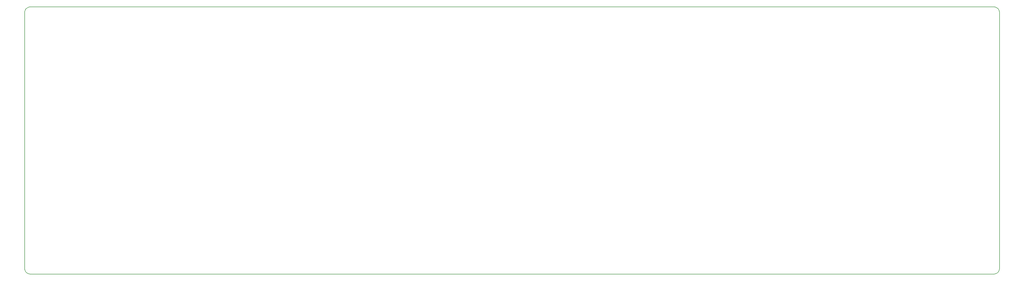
<source format=gm1>
%TF.GenerationSoftware,KiCad,Pcbnew,(5.1.6)-1*%
%TF.CreationDate,2020-08-01T22:19:26-04:00*%
%TF.ProjectId,prosaic,70726f73-6169-4632-9e6b-696361645f70,A*%
%TF.SameCoordinates,Original*%
%TF.FileFunction,Profile,NP*%
%FSLAX46Y46*%
G04 Gerber Fmt 4.6, Leading zero omitted, Abs format (unit mm)*
G04 Created by KiCad (PCBNEW (5.1.6)-1) date 2020-08-01 22:19:26*
%MOMM*%
%LPD*%
G01*
G04 APERTURE LIST*
%TA.AperFunction,Profile*%
%ADD10C,0.200000*%
%TD*%
G04 APERTURE END LIST*
D10*
X47263556Y-70336660D02*
X391125556Y-70336660D01*
X47106456Y-70343360D02*
X47263556Y-70336660D01*
X46949356Y-70361360D02*
X47106456Y-70343360D01*
X46796396Y-70391660D02*
X46949356Y-70361360D01*
X46643436Y-70434360D02*
X46796396Y-70391660D01*
X46497366Y-70489360D02*
X46643436Y-70434360D01*
X46355426Y-70554360D02*
X46497366Y-70489360D01*
X46217616Y-70631260D02*
X46355426Y-70554360D01*
X46086708Y-70718360D02*
X46217616Y-70631260D01*
X45964061Y-70816060D02*
X46086708Y-70718360D01*
X45848308Y-70922260D02*
X45964061Y-70816060D01*
X45738037Y-71045517D02*
X45848308Y-70922260D01*
X45258479Y-121043862D02*
X45258479Y-72344817D01*
X393122394Y-121043862D02*
X393122394Y-163794327D01*
X45640194Y-71167917D02*
X45738037Y-71045517D01*
X45553379Y-71299217D02*
X45640194Y-71167917D01*
X45476209Y-71436717D02*
X45553379Y-71299217D01*
X45411441Y-71578917D02*
X45476209Y-71436717D01*
X45356319Y-71725017D02*
X45411441Y-71578917D01*
X45313600Y-71877717D02*
X45356319Y-71725017D01*
X45283283Y-72030817D02*
X45313600Y-71877717D01*
X45265369Y-72187817D02*
X45283283Y-72030817D01*
X45258479Y-72344817D02*
X45265369Y-72187817D01*
X45258479Y-163795707D02*
X45258479Y-121043862D01*
X45265369Y-163951427D02*
X45258479Y-163795707D01*
X45283283Y-164107147D02*
X45265369Y-163951427D01*
X45313600Y-164261487D02*
X45283283Y-164107147D01*
X45356319Y-164413067D02*
X45313600Y-164261487D01*
X45411441Y-164560517D02*
X45356319Y-164413067D01*
X45476209Y-164702457D02*
X45411441Y-164560517D01*
X45553379Y-164838887D02*
X45476209Y-164702457D01*
X45640194Y-164969797D02*
X45553379Y-164838887D01*
X45738037Y-165093817D02*
X45640194Y-164969797D01*
X45844146Y-165209574D02*
X45738037Y-165093817D01*
X45959899Y-165315683D02*
X45844146Y-165209574D01*
X46082546Y-165413522D02*
X45959899Y-165315683D01*
X46213454Y-165500341D02*
X46082546Y-165413522D01*
X46351264Y-165577511D02*
X46213454Y-165500341D01*
X46493204Y-165642277D02*
X46351264Y-165577511D01*
X46639274Y-165697399D02*
X46493204Y-165642277D01*
X46792234Y-165740117D02*
X46639274Y-165697399D01*
X46945194Y-165770435D02*
X46792234Y-165740117D01*
X47102294Y-165788349D02*
X46945194Y-165770435D01*
X47259394Y-165793862D02*
X47102294Y-165788349D01*
X391121394Y-165793862D02*
X47259394Y-165793862D01*
X391278394Y-165788349D02*
X391121394Y-165793862D01*
X391435394Y-165770435D02*
X391278394Y-165788349D01*
X391588394Y-165740117D02*
X391435394Y-165770435D01*
X391740394Y-165697399D02*
X391588394Y-165740117D01*
X391887394Y-165642277D02*
X391740394Y-165697399D01*
X392029394Y-165577511D02*
X391887394Y-165642277D01*
X392167394Y-165500341D02*
X392029394Y-165577511D01*
X392298394Y-165413522D02*
X392167394Y-165500341D01*
X392421394Y-165315683D02*
X392298394Y-165413522D01*
X392536394Y-165209574D02*
X392421394Y-165315683D01*
X392642394Y-165093817D02*
X392536394Y-165209574D01*
X392740394Y-164969797D02*
X392642394Y-165093817D01*
X392827394Y-164838887D02*
X392740394Y-164969797D01*
X392904394Y-164702457D02*
X392827394Y-164838887D01*
X392969394Y-164560517D02*
X392904394Y-164702457D01*
X393024394Y-164413067D02*
X392969394Y-164560517D01*
X393067394Y-164261487D02*
X393024394Y-164413067D01*
X393097394Y-164107147D02*
X393067394Y-164261487D01*
X393115394Y-163951427D02*
X393097394Y-164107147D01*
X393122394Y-163794327D02*
X393115394Y-163951427D01*
X393122394Y-72344817D02*
X393122394Y-121043862D01*
X393115394Y-72187817D02*
X393122394Y-72344817D01*
X393097394Y-72030817D02*
X393115394Y-72187817D01*
X393067394Y-71877717D02*
X393097394Y-72030817D01*
X393024394Y-71725017D02*
X393067394Y-71877717D01*
X392969394Y-71578917D02*
X393024394Y-71725017D01*
X392904394Y-71436717D02*
X392969394Y-71578917D01*
X392827394Y-71299217D02*
X392904394Y-71436717D01*
X392740394Y-71167917D02*
X392827394Y-71299217D01*
X392642394Y-71045517D02*
X392740394Y-71167917D01*
X392536394Y-70929817D02*
X392642394Y-71045517D01*
X392421394Y-70823617D02*
X392536394Y-70929817D01*
X392298394Y-70725917D02*
X392421394Y-70823617D01*
X392167394Y-70638817D02*
X392298394Y-70725917D01*
X392029394Y-70561917D02*
X392167394Y-70638817D01*
X391887394Y-70496917D02*
X392029394Y-70561917D01*
X391740394Y-70441917D02*
X391887394Y-70496917D01*
X391588394Y-70399217D02*
X391740394Y-70441917D01*
X391435394Y-70368917D02*
X391588394Y-70399217D01*
X391278394Y-70350917D02*
X391435394Y-70368917D01*
X391125556Y-70336660D02*
X391278394Y-70350917D01*
M02*

</source>
